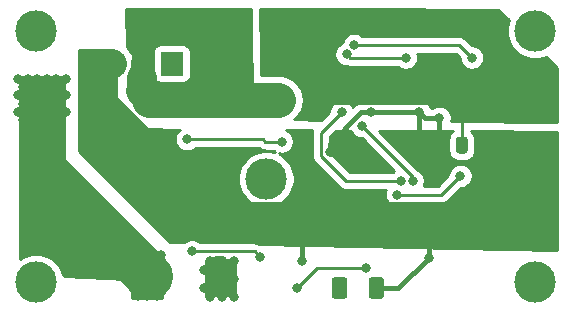
<source format=gbr>
%TF.GenerationSoftware,KiCad,Pcbnew,(5.1.9-0-10_14)*%
%TF.CreationDate,2021-03-07T11:09:53+08:00*%
%TF.ProjectId,xhp70-driver,78687037-302d-4647-9269-7665722e6b69,rev?*%
%TF.SameCoordinates,Original*%
%TF.FileFunction,Copper,L2,Bot*%
%TF.FilePolarity,Positive*%
%FSLAX46Y46*%
G04 Gerber Fmt 4.6, Leading zero omitted, Abs format (unit mm)*
G04 Created by KiCad (PCBNEW (5.1.9-0-10_14)) date 2021-03-07 11:09:53*
%MOMM*%
%LPD*%
G01*
G04 APERTURE LIST*
%TA.AperFunction,ComponentPad*%
%ADD10C,3.500000*%
%TD*%
%TA.AperFunction,ComponentPad*%
%ADD11O,1.905000X2.000000*%
%TD*%
%TA.AperFunction,ComponentPad*%
%ADD12R,1.905000X2.000000*%
%TD*%
%TA.AperFunction,ComponentPad*%
%ADD13O,2.000000X2.000000*%
%TD*%
%TA.AperFunction,ComponentPad*%
%ADD14R,2.000000X2.000000*%
%TD*%
%TA.AperFunction,ViaPad*%
%ADD15C,0.800000*%
%TD*%
%TA.AperFunction,Conductor*%
%ADD16C,3.000000*%
%TD*%
%TA.AperFunction,Conductor*%
%ADD17C,0.400000*%
%TD*%
%TA.AperFunction,Conductor*%
%ADD18C,2.500000*%
%TD*%
%TA.AperFunction,Conductor*%
%ADD19C,4.000000*%
%TD*%
%TA.AperFunction,Conductor*%
%ADD20C,0.250000*%
%TD*%
%TA.AperFunction,Conductor*%
%ADD21C,0.254000*%
%TD*%
%TA.AperFunction,Conductor*%
%ADD22C,0.100000*%
%TD*%
G04 APERTURE END LIST*
%TO.P,C7,2*%
%TO.N,GND*%
%TA.AperFunction,SMDPad,CuDef*%
G36*
G01*
X149150000Y-62425000D02*
X149150000Y-63375000D01*
G75*
G02*
X148900000Y-63625000I-250000J0D01*
G01*
X148400000Y-63625000D01*
G75*
G02*
X148150000Y-63375000I0J250000D01*
G01*
X148150000Y-62425000D01*
G75*
G02*
X148400000Y-62175000I250000J0D01*
G01*
X148900000Y-62175000D01*
G75*
G02*
X149150000Y-62425000I0J-250000D01*
G01*
G37*
%TD.AperFunction*%
%TO.P,C7,1*%
%TO.N,Batt+*%
%TA.AperFunction,SMDPad,CuDef*%
G36*
G01*
X151050000Y-62425000D02*
X151050000Y-63375000D01*
G75*
G02*
X150800000Y-63625000I-250000J0D01*
G01*
X150300000Y-63625000D01*
G75*
G02*
X150050000Y-63375000I0J250000D01*
G01*
X150050000Y-62425000D01*
G75*
G02*
X150300000Y-62175000I250000J0D01*
G01*
X150800000Y-62175000D01*
G75*
G02*
X151050000Y-62425000I0J-250000D01*
G01*
G37*
%TD.AperFunction*%
%TD*%
D10*
%TO.P,H3,1*%
%TO.N,N/C*%
X156750000Y-74500000D03*
%TD*%
D11*
%TO.P,Q1,3*%
%TO.N,GND*%
X120920000Y-56000000D03*
%TO.P,Q1,2*%
%TO.N,Net-(D1-Pad2)*%
X123460000Y-56000000D03*
D12*
%TO.P,Q1,1*%
%TO.N,Net-(Q1-Pad1)*%
X126000000Y-56000000D03*
%TD*%
D13*
%TO.P,D1,2*%
%TO.N,Net-(D1-Pad2)*%
X135000000Y-59080000D03*
D14*
%TO.P,D1,1*%
%TO.N,Batt+*%
X135000000Y-54000000D03*
%TD*%
%TO.P,R2,2*%
%TO.N,Net-(C3-Pad2)*%
%TA.AperFunction,SMDPad,CuDef*%
G36*
G01*
X124687500Y-72574999D02*
X124687500Y-75425001D01*
G75*
G02*
X124437501Y-75675000I-249999J0D01*
G01*
X123712499Y-75675000D01*
G75*
G02*
X123462500Y-75425001I0J249999D01*
G01*
X123462500Y-72574999D01*
G75*
G02*
X123712499Y-72325000I249999J0D01*
G01*
X124437501Y-72325000D01*
G75*
G02*
X124687500Y-72574999I0J-249999D01*
G01*
G37*
%TD.AperFunction*%
%TO.P,R2,1*%
%TO.N,Batt+*%
%TA.AperFunction,SMDPad,CuDef*%
G36*
G01*
X130612500Y-72574999D02*
X130612500Y-75425001D01*
G75*
G02*
X130362501Y-75675000I-249999J0D01*
G01*
X129637499Y-75675000D01*
G75*
G02*
X129387500Y-75425001I0J249999D01*
G01*
X129387500Y-72574999D01*
G75*
G02*
X129637499Y-72325000I249999J0D01*
G01*
X130362501Y-72325000D01*
G75*
G02*
X130612500Y-72574999I0J-249999D01*
G01*
G37*
%TD.AperFunction*%
%TD*%
%TO.P,C1,2*%
%TO.N,GND*%
%TA.AperFunction,SMDPad,CuDef*%
G36*
G01*
X142650000Y-75650003D02*
X142650000Y-74349997D01*
G75*
G02*
X142899997Y-74100000I249997J0D01*
G01*
X143725003Y-74100000D01*
G75*
G02*
X143975000Y-74349997I0J-249997D01*
G01*
X143975000Y-75650003D01*
G75*
G02*
X143725003Y-75900000I-249997J0D01*
G01*
X142899997Y-75900000D01*
G75*
G02*
X142650000Y-75650003I0J249997D01*
G01*
G37*
%TD.AperFunction*%
%TO.P,C1,1*%
%TO.N,Batt+*%
%TA.AperFunction,SMDPad,CuDef*%
G36*
G01*
X139525000Y-75650003D02*
X139525000Y-74349997D01*
G75*
G02*
X139774997Y-74100000I249997J0D01*
G01*
X140600003Y-74100000D01*
G75*
G02*
X140850000Y-74349997I0J-249997D01*
G01*
X140850000Y-75650003D01*
G75*
G02*
X140600003Y-75900000I-249997J0D01*
G01*
X139774997Y-75900000D01*
G75*
G02*
X139525000Y-75650003I0J249997D01*
G01*
G37*
%TD.AperFunction*%
%TD*%
D10*
%TO.P,H1,1*%
%TO.N,N/C*%
X114500000Y-53250000D03*
%TD*%
%TO.P,H5,1*%
%TO.N,N/C*%
X134000000Y-65750000D03*
%TD*%
%TO.P,H4,1*%
%TO.N,N/C*%
X156750000Y-53250000D03*
%TD*%
%TO.P,H2,1*%
%TO.N,N/C*%
X114500000Y-74500000D03*
%TD*%
D15*
%TO.N,GND*%
X137000000Y-72700000D03*
X158000000Y-63500000D03*
X157000000Y-63500000D03*
X156000000Y-63500000D03*
X155000000Y-63500000D03*
X155000000Y-64500000D03*
X156000000Y-64500000D03*
X157000000Y-64500000D03*
X158000000Y-64500000D03*
X156000000Y-66500000D03*
X157000000Y-66500000D03*
X158000000Y-66500000D03*
X155000000Y-66500000D03*
X155000000Y-65500000D03*
X156000000Y-65500000D03*
X158000000Y-65500000D03*
X157000000Y-65500000D03*
X147750000Y-72425000D03*
X140900000Y-68000000D03*
X141700000Y-68000000D03*
X142500000Y-68000000D03*
X143300000Y-68000000D03*
X140900000Y-68800000D03*
X141700000Y-68800000D03*
X142500000Y-68800000D03*
X143300000Y-68800000D03*
X143300000Y-69600000D03*
X142500000Y-69600000D03*
X141700000Y-69600000D03*
X140900000Y-69600000D03*
X140900000Y-70400000D03*
X141700000Y-70400000D03*
X142500000Y-70400000D03*
X143300000Y-70400000D03*
X139350000Y-63500000D03*
X142838803Y-60100000D03*
X146950000Y-60100000D03*
X146375000Y-63500000D03*
X151000000Y-70500000D03*
X143312500Y-75000000D03*
X148650000Y-60600000D03*
%TO.N,Net-(C3-Pad2)*%
X122700000Y-72200000D03*
X123500000Y-72200000D03*
X124300000Y-72200000D03*
X125100000Y-72200000D03*
X124700000Y-72900000D03*
X123900000Y-72900000D03*
X123100000Y-72900000D03*
X125100000Y-73600000D03*
X122700000Y-73600000D03*
X124300000Y-73600000D03*
X123500000Y-73600000D03*
X123900000Y-74300000D03*
X123100000Y-74300000D03*
X124700000Y-74300000D03*
X125100000Y-75000000D03*
X123900000Y-75700000D03*
X123100000Y-75700000D03*
X124700000Y-75700000D03*
X123500000Y-75000000D03*
X124300000Y-75000000D03*
X122700000Y-75000000D03*
X113000000Y-57300000D03*
X142400000Y-73300000D03*
X136562500Y-75000000D03*
X136562500Y-75000000D03*
X113800000Y-57300000D03*
X114600000Y-57300000D03*
X115400000Y-57300000D03*
X116200000Y-57300000D03*
X116600000Y-58000000D03*
X115000000Y-58000000D03*
X114200000Y-58000000D03*
X115800000Y-58000000D03*
X113400000Y-58000000D03*
X117000000Y-57300000D03*
X116200000Y-58700000D03*
X116600000Y-59400000D03*
X114200000Y-59400000D03*
X114600000Y-58700000D03*
X115000000Y-59400000D03*
X113400000Y-59400000D03*
X115800000Y-59400000D03*
X117000000Y-58700000D03*
X113800000Y-58700000D03*
X115400000Y-58700000D03*
X113000000Y-58700000D03*
X115800000Y-60800000D03*
X113000000Y-60100000D03*
X115400000Y-60100000D03*
X114200000Y-60800000D03*
X116600000Y-60800000D03*
X115000000Y-60800000D03*
X113800000Y-60100000D03*
X117000000Y-60100000D03*
X116200000Y-60100000D03*
X114600000Y-60100000D03*
X113400000Y-60800000D03*
%TO.N,Net-(Q1-Pad1)*%
X127300000Y-62400000D03*
X135300000Y-62600000D03*
%TO.N,Batt+*%
X158000000Y-59000000D03*
X158000000Y-60000000D03*
X157000000Y-60000000D03*
X157000000Y-59000000D03*
X156000000Y-59000000D03*
X156000000Y-60000000D03*
X155000000Y-60000000D03*
X155000000Y-59000000D03*
X155000000Y-58000000D03*
X156000000Y-58000000D03*
X157000000Y-58000000D03*
X158000000Y-58000000D03*
X158000000Y-57000000D03*
X157000000Y-57000000D03*
X156000000Y-57000000D03*
X155000000Y-57000000D03*
X129250000Y-72750000D03*
X130250000Y-72750000D03*
X131250000Y-72750000D03*
X130750000Y-73500000D03*
X129750000Y-73500000D03*
X128750000Y-73500000D03*
X131250000Y-74250000D03*
X129250000Y-74250000D03*
X130250000Y-74250000D03*
X129250000Y-75750000D03*
X130250000Y-75750000D03*
X131250000Y-75750000D03*
X130750000Y-75000000D03*
X128750000Y-75000000D03*
X129750000Y-75000000D03*
X144000000Y-58000000D03*
X140193750Y-74993750D03*
%TO.N,Net-(J2-Pad3)*%
X141440186Y-54431777D03*
X151400000Y-55500000D03*
%TO.N,PWM*%
X142100000Y-61300000D03*
X146387347Y-65912653D03*
%TO.N,Net-(C3-Pad1)*%
X133500000Y-72400000D03*
X127700000Y-71900000D03*
%TO.N,+5V*%
X145800000Y-55500000D03*
X140800000Y-55200000D03*
X145068094Y-67100001D03*
X150425000Y-65500000D03*
%TO.N,NTC*%
X145388060Y-65950451D03*
X140365000Y-60100000D03*
%TD*%
D16*
%TO.N,GND*%
X129662002Y-69200001D02*
X120147489Y-59685488D01*
X155000000Y-64500000D02*
X150299999Y-69200001D01*
D17*
X137000000Y-69700002D02*
X137500001Y-69200001D01*
X137000000Y-72700000D02*
X137000000Y-69700002D01*
D16*
X137500001Y-69200001D02*
X129662002Y-69200001D01*
D17*
X145175000Y-75000000D02*
X147750000Y-72425000D01*
X143312500Y-75000000D02*
X143312500Y-75000000D01*
X147750000Y-70550000D02*
X149099999Y-69200001D01*
X147750000Y-72425000D02*
X147750000Y-70550000D01*
D16*
X150299999Y-69200001D02*
X149099999Y-69200001D01*
X149099999Y-69200001D02*
X145300001Y-69200001D01*
X145300001Y-69200001D02*
X137500001Y-69200001D01*
D17*
X139350000Y-62775000D02*
X142025000Y-60100000D01*
X142025000Y-60100000D02*
X142838803Y-60100000D01*
X139350000Y-63500000D02*
X139350000Y-62775000D01*
X142838803Y-60100000D02*
X146950000Y-60100000D01*
X146950000Y-62925000D02*
X146375000Y-63500000D01*
X146950000Y-60100000D02*
X146950000Y-62925000D01*
D18*
X120920000Y-56000000D02*
X120250000Y-56000000D01*
X120147489Y-56102511D02*
X120147489Y-59685488D01*
X120250000Y-56000000D02*
X120147489Y-56102511D01*
D17*
X143312500Y-75000000D02*
X145175000Y-75000000D01*
X147450000Y-60600000D02*
X146950000Y-60100000D01*
X148650000Y-60600000D02*
X147450000Y-60600000D01*
X148650000Y-62900000D02*
X148650000Y-60600000D01*
D19*
%TO.N,Net-(C3-Pad2)*%
X115000000Y-64925000D02*
X115000000Y-59000000D01*
X124075000Y-74000000D02*
X115000000Y-64925000D01*
D20*
X138262500Y-73300000D02*
X136562500Y-75000000D01*
X142400000Y-73300000D02*
X138262500Y-73300000D01*
D18*
%TO.N,Net-(D1-Pad2)*%
X123450000Y-57260608D02*
X123450000Y-57381824D01*
X123450000Y-58360001D02*
X123450000Y-57250000D01*
X124067498Y-59080000D02*
X123347499Y-58360001D01*
D16*
X135000000Y-59080000D02*
X124067498Y-59080000D01*
D20*
%TO.N,Net-(Q1-Pad1)*%
X133921002Y-62600000D02*
X135300000Y-62600000D01*
X133721002Y-62400000D02*
X133921002Y-62600000D01*
X127300000Y-62400000D02*
X133721002Y-62400000D01*
D16*
%TO.N,Batt+*%
X139000000Y-58000000D02*
X135000000Y-54000000D01*
X144000000Y-58000000D02*
X139000000Y-58000000D01*
D20*
X150550000Y-59850000D02*
X152400000Y-58000000D01*
D16*
X152400000Y-58000000D02*
X144000000Y-58000000D01*
X155000000Y-58000000D02*
X152400000Y-58000000D01*
D20*
X150550000Y-62900000D02*
X150550000Y-60250000D01*
X150550000Y-60250000D02*
X150550000Y-59850000D01*
X150550000Y-60600000D02*
X150550000Y-60250000D01*
%TO.N,Net-(J2-Pad3)*%
X141440186Y-54431777D02*
X150331777Y-54431777D01*
X150331777Y-54431777D02*
X151400000Y-55500000D01*
%TO.N,PWM*%
X146387347Y-65587347D02*
X146387347Y-65912653D01*
X142100000Y-61300000D02*
X146387347Y-65587347D01*
%TO.N,Net-(C3-Pad1)*%
X133000000Y-71900000D02*
X127700000Y-71900000D01*
X133500000Y-72400000D02*
X133000000Y-71900000D01*
%TO.N,+5V*%
X141100000Y-55500000D02*
X140800000Y-55200000D01*
X145800000Y-55500000D02*
X141100000Y-55500000D01*
X148824999Y-67100001D02*
X150425000Y-65500000D01*
X145068094Y-67100001D02*
X148824999Y-67100001D01*
%TO.N,NTC*%
X138624999Y-63848001D02*
X138624999Y-61840001D01*
X140727449Y-65950451D02*
X138624999Y-63848001D01*
X138624999Y-61840001D02*
X140365000Y-60100000D01*
X145388060Y-65950451D02*
X140727449Y-65950451D01*
%TD*%
D21*
%TO.N,GND*%
X158373000Y-66841427D02*
X154627000Y-66841427D01*
X154627000Y-63095427D01*
X158373000Y-63095427D01*
X158373000Y-66841427D01*
%TA.AperFunction,Conductor*%
D22*
G36*
X158373000Y-66841427D02*
G01*
X154627000Y-66841427D01*
X154627000Y-63095427D01*
X158373000Y-63095427D01*
X158373000Y-66841427D01*
G37*
%TD.AperFunction*%
%TD*%
D21*
%TO.N,Batt+*%
X131373000Y-75623000D02*
X128877000Y-75623000D01*
X128877000Y-72660000D01*
X131373000Y-72660000D01*
X131373000Y-75623000D01*
%TA.AperFunction,Conductor*%
D22*
G36*
X131373000Y-75623000D02*
G01*
X128877000Y-75623000D01*
X128877000Y-72660000D01*
X131373000Y-72660000D01*
X131373000Y-75623000D01*
G37*
%TD.AperFunction*%
%TD*%
D21*
%TO.N,Net-(C3-Pad2)*%
X125123000Y-75873000D02*
X122627000Y-75873000D01*
X122627000Y-72127000D01*
X125123000Y-72127000D01*
X125123000Y-75873000D01*
%TA.AperFunction,Conductor*%
D22*
G36*
X125123000Y-75873000D02*
G01*
X122627000Y-75873000D01*
X122627000Y-72127000D01*
X125123000Y-72127000D01*
X125123000Y-75873000D01*
G37*
%TD.AperFunction*%
%TD*%
D21*
%TO.N,Net-(D1-Pad2)*%
X132812536Y-60373000D02*
X123854346Y-60373000D01*
X123302634Y-59821288D01*
X122276425Y-57768871D01*
X122267963Y-57328844D01*
X122494903Y-57052317D01*
X122669939Y-56724848D01*
X122777725Y-56369524D01*
X122814120Y-56000000D01*
X122777725Y-55630476D01*
X122669939Y-55275152D01*
X122522868Y-55000000D01*
X124409428Y-55000000D01*
X124409428Y-57000000D01*
X124421688Y-57124482D01*
X124457998Y-57244180D01*
X124516963Y-57354494D01*
X124596315Y-57451185D01*
X124693006Y-57530537D01*
X124803320Y-57589502D01*
X124923018Y-57625812D01*
X125047500Y-57638072D01*
X126952500Y-57638072D01*
X127076982Y-57625812D01*
X127196680Y-57589502D01*
X127306994Y-57530537D01*
X127403685Y-57451185D01*
X127483037Y-57354494D01*
X127542002Y-57244180D01*
X127578312Y-57124482D01*
X127590572Y-57000000D01*
X127590572Y-55000000D01*
X127578312Y-54875518D01*
X127542002Y-54755820D01*
X127483037Y-54645506D01*
X127403685Y-54548815D01*
X127306994Y-54469463D01*
X127196680Y-54410498D01*
X127076982Y-54374188D01*
X126952500Y-54361928D01*
X125047500Y-54361928D01*
X124923018Y-54374188D01*
X124803320Y-54410498D01*
X124693006Y-54469463D01*
X124596315Y-54548815D01*
X124516963Y-54645506D01*
X124457998Y-54755820D01*
X124421688Y-54875518D01*
X124409428Y-55000000D01*
X122522868Y-55000000D01*
X122494903Y-54947683D01*
X122259345Y-54660655D01*
X122215967Y-54625056D01*
X122154139Y-51410000D01*
X132716675Y-51410000D01*
X132812536Y-60373000D01*
%TA.AperFunction,Conductor*%
D22*
G36*
X132812536Y-60373000D02*
G01*
X123854346Y-60373000D01*
X123302634Y-59821288D01*
X122276425Y-57768871D01*
X122267963Y-57328844D01*
X122494903Y-57052317D01*
X122669939Y-56724848D01*
X122777725Y-56369524D01*
X122814120Y-56000000D01*
X122777725Y-55630476D01*
X122669939Y-55275152D01*
X122522868Y-55000000D01*
X124409428Y-55000000D01*
X124409428Y-57000000D01*
X124421688Y-57124482D01*
X124457998Y-57244180D01*
X124516963Y-57354494D01*
X124596315Y-57451185D01*
X124693006Y-57530537D01*
X124803320Y-57589502D01*
X124923018Y-57625812D01*
X125047500Y-57638072D01*
X126952500Y-57638072D01*
X127076982Y-57625812D01*
X127196680Y-57589502D01*
X127306994Y-57530537D01*
X127403685Y-57451185D01*
X127483037Y-57354494D01*
X127542002Y-57244180D01*
X127578312Y-57124482D01*
X127590572Y-57000000D01*
X127590572Y-55000000D01*
X127578312Y-54875518D01*
X127542002Y-54755820D01*
X127483037Y-54645506D01*
X127403685Y-54548815D01*
X127306994Y-54469463D01*
X127196680Y-54410498D01*
X127076982Y-54374188D01*
X126952500Y-54361928D01*
X125047500Y-54361928D01*
X124923018Y-54374188D01*
X124803320Y-54410498D01*
X124693006Y-54469463D01*
X124596315Y-54548815D01*
X124516963Y-54645506D01*
X124457998Y-54755820D01*
X124421688Y-54875518D01*
X124409428Y-55000000D01*
X122522868Y-55000000D01*
X122494903Y-54947683D01*
X122259345Y-54660655D01*
X122215967Y-54625056D01*
X122154139Y-51410000D01*
X132716675Y-51410000D01*
X132812536Y-60373000D01*
G37*
%TD.AperFunction*%
%TD*%
D21*
%TO.N,GND*%
X121373477Y-60461002D02*
X121378055Y-60485474D01*
X121387319Y-60508583D01*
X121400913Y-60529440D01*
X121418315Y-60547245D01*
X121448420Y-60566054D01*
X123698420Y-61566054D01*
X123722053Y-61573887D01*
X123749280Y-61576998D01*
X126644212Y-61593400D01*
X126640226Y-61596063D01*
X126496063Y-61740226D01*
X126382795Y-61909744D01*
X126304774Y-62098102D01*
X126265000Y-62298061D01*
X126265000Y-62501939D01*
X126304774Y-62701898D01*
X126382795Y-62890256D01*
X126496063Y-63059774D01*
X126640226Y-63203937D01*
X126809744Y-63317205D01*
X126998102Y-63395226D01*
X127198061Y-63435000D01*
X127401939Y-63435000D01*
X127601898Y-63395226D01*
X127790256Y-63317205D01*
X127959774Y-63203937D01*
X128003711Y-63160000D01*
X133405370Y-63160000D01*
X133496726Y-63234974D01*
X133628755Y-63305546D01*
X133772016Y-63349003D01*
X133883669Y-63360000D01*
X133883677Y-63360000D01*
X133921002Y-63363676D01*
X133958327Y-63360000D01*
X134596289Y-63360000D01*
X134640226Y-63403937D01*
X134757359Y-63482203D01*
X134695679Y-63456654D01*
X134234902Y-63365000D01*
X133765098Y-63365000D01*
X133304321Y-63456654D01*
X132870279Y-63636440D01*
X132479651Y-63897450D01*
X132147450Y-64229651D01*
X131886440Y-64620279D01*
X131706654Y-65054321D01*
X131615000Y-65515098D01*
X131615000Y-65984902D01*
X131706654Y-66445679D01*
X131886440Y-66879721D01*
X132147450Y-67270349D01*
X132479651Y-67602550D01*
X132870279Y-67863560D01*
X133304321Y-68043346D01*
X133765098Y-68135000D01*
X134234902Y-68135000D01*
X134695679Y-68043346D01*
X135129721Y-67863560D01*
X135520349Y-67602550D01*
X135852550Y-67270349D01*
X136113560Y-66879721D01*
X136293346Y-66445679D01*
X136385000Y-65984902D01*
X136385000Y-65515098D01*
X136293346Y-65054321D01*
X136113560Y-64620279D01*
X135852550Y-64229651D01*
X135520349Y-63897450D01*
X135129721Y-63636440D01*
X135059896Y-63607517D01*
X135198061Y-63635000D01*
X135401939Y-63635000D01*
X135601898Y-63595226D01*
X135790256Y-63517205D01*
X135959774Y-63403937D01*
X136103937Y-63259774D01*
X136217205Y-63090256D01*
X136295226Y-62901898D01*
X136335000Y-62701939D01*
X136335000Y-62498061D01*
X136295226Y-62298102D01*
X136217205Y-62109744D01*
X136103937Y-61940226D01*
X135959774Y-61796063D01*
X135790256Y-61682795D01*
X135698282Y-61644698D01*
X137886287Y-61657094D01*
X137875997Y-61691015D01*
X137865651Y-61796063D01*
X137861323Y-61840001D01*
X137865000Y-61877333D01*
X137864999Y-63810678D01*
X137861323Y-63848001D01*
X137864999Y-63885323D01*
X137864999Y-63885333D01*
X137875996Y-63996986D01*
X137911311Y-64113405D01*
X137919453Y-64140247D01*
X137990025Y-64272277D01*
X138029870Y-64320827D01*
X138084998Y-64388002D01*
X138114002Y-64411805D01*
X140163650Y-66461454D01*
X140187448Y-66490452D01*
X140303173Y-66585425D01*
X140435202Y-66655997D01*
X140578463Y-66699454D01*
X140690116Y-66710451D01*
X140690125Y-66710451D01*
X140727448Y-66714127D01*
X140764771Y-66710451D01*
X144109175Y-66710451D01*
X144072868Y-66798103D01*
X144033094Y-66998062D01*
X144033094Y-67201940D01*
X144072868Y-67401899D01*
X144150889Y-67590257D01*
X144264157Y-67759775D01*
X144408320Y-67903938D01*
X144577838Y-68017206D01*
X144766196Y-68095227D01*
X144966155Y-68135001D01*
X145170033Y-68135001D01*
X145369992Y-68095227D01*
X145558350Y-68017206D01*
X145727868Y-67903938D01*
X145771805Y-67860001D01*
X148787677Y-67860001D01*
X148824999Y-67863677D01*
X148862321Y-67860001D01*
X148862332Y-67860001D01*
X148973985Y-67849004D01*
X149117246Y-67805547D01*
X149249275Y-67734975D01*
X149365000Y-67640002D01*
X149388803Y-67610998D01*
X150464802Y-66535000D01*
X150526939Y-66535000D01*
X150726898Y-66495226D01*
X150915256Y-66417205D01*
X151084774Y-66303937D01*
X151228937Y-66159774D01*
X151342205Y-65990256D01*
X151420226Y-65801898D01*
X151460000Y-65601939D01*
X151460000Y-65398061D01*
X151420226Y-65198102D01*
X151342205Y-65009744D01*
X151228937Y-64840226D01*
X151084774Y-64696063D01*
X150915256Y-64582795D01*
X150726898Y-64504774D01*
X150526939Y-64465000D01*
X150323061Y-64465000D01*
X150123102Y-64504774D01*
X149934744Y-64582795D01*
X149765226Y-64696063D01*
X149621063Y-64840226D01*
X149507795Y-65009744D01*
X149429774Y-65198102D01*
X149390000Y-65398061D01*
X149390000Y-65460198D01*
X148510198Y-66340001D01*
X147330610Y-66340001D01*
X147382573Y-66214551D01*
X147422347Y-66014592D01*
X147422347Y-65810714D01*
X147382573Y-65610755D01*
X147304552Y-65422397D01*
X147191284Y-65252879D01*
X147047121Y-65108716D01*
X146877603Y-64995448D01*
X146865051Y-64990249D01*
X143564064Y-61689263D01*
X149760583Y-61724371D01*
X149672038Y-61797038D01*
X149561595Y-61931614D01*
X149479528Y-62085150D01*
X149428992Y-62251746D01*
X149411928Y-62425000D01*
X149411928Y-63375000D01*
X149428992Y-63548254D01*
X149479528Y-63714850D01*
X149561595Y-63868386D01*
X149672038Y-64002962D01*
X149806614Y-64113405D01*
X149960150Y-64195472D01*
X150126746Y-64246008D01*
X150300000Y-64263072D01*
X150800000Y-64263072D01*
X150973254Y-64246008D01*
X151139850Y-64195472D01*
X151293386Y-64113405D01*
X151427962Y-64002962D01*
X151538405Y-63868386D01*
X151620472Y-63714850D01*
X151671008Y-63548254D01*
X151688072Y-63375000D01*
X151688072Y-62425000D01*
X151671008Y-62251746D01*
X151620472Y-62085150D01*
X151538405Y-61931614D01*
X151427962Y-61797038D01*
X151350392Y-61733378D01*
X158595002Y-61774424D01*
X158600893Y-71813965D01*
X133387253Y-71245237D01*
X133292247Y-71194454D01*
X133148986Y-71150997D01*
X133037333Y-71140000D01*
X133037322Y-71140000D01*
X133000000Y-71136324D01*
X132962678Y-71140000D01*
X128721764Y-71140000D01*
X128396371Y-71132660D01*
X128359774Y-71096063D01*
X128190256Y-70982795D01*
X128001898Y-70904774D01*
X127801939Y-70865000D01*
X127598061Y-70865000D01*
X127398102Y-70904774D01*
X127209744Y-70982795D01*
X127040226Y-71096063D01*
X127034351Y-71101938D01*
X125803787Y-71074181D01*
X118127000Y-63397394D01*
X118127000Y-54827000D01*
X120883564Y-54827000D01*
X121373477Y-60461002D01*
%TA.AperFunction,Conductor*%
D22*
G36*
X121373477Y-60461002D02*
G01*
X121378055Y-60485474D01*
X121387319Y-60508583D01*
X121400913Y-60529440D01*
X121418315Y-60547245D01*
X121448420Y-60566054D01*
X123698420Y-61566054D01*
X123722053Y-61573887D01*
X123749280Y-61576998D01*
X126644212Y-61593400D01*
X126640226Y-61596063D01*
X126496063Y-61740226D01*
X126382795Y-61909744D01*
X126304774Y-62098102D01*
X126265000Y-62298061D01*
X126265000Y-62501939D01*
X126304774Y-62701898D01*
X126382795Y-62890256D01*
X126496063Y-63059774D01*
X126640226Y-63203937D01*
X126809744Y-63317205D01*
X126998102Y-63395226D01*
X127198061Y-63435000D01*
X127401939Y-63435000D01*
X127601898Y-63395226D01*
X127790256Y-63317205D01*
X127959774Y-63203937D01*
X128003711Y-63160000D01*
X133405370Y-63160000D01*
X133496726Y-63234974D01*
X133628755Y-63305546D01*
X133772016Y-63349003D01*
X133883669Y-63360000D01*
X133883677Y-63360000D01*
X133921002Y-63363676D01*
X133958327Y-63360000D01*
X134596289Y-63360000D01*
X134640226Y-63403937D01*
X134757359Y-63482203D01*
X134695679Y-63456654D01*
X134234902Y-63365000D01*
X133765098Y-63365000D01*
X133304321Y-63456654D01*
X132870279Y-63636440D01*
X132479651Y-63897450D01*
X132147450Y-64229651D01*
X131886440Y-64620279D01*
X131706654Y-65054321D01*
X131615000Y-65515098D01*
X131615000Y-65984902D01*
X131706654Y-66445679D01*
X131886440Y-66879721D01*
X132147450Y-67270349D01*
X132479651Y-67602550D01*
X132870279Y-67863560D01*
X133304321Y-68043346D01*
X133765098Y-68135000D01*
X134234902Y-68135000D01*
X134695679Y-68043346D01*
X135129721Y-67863560D01*
X135520349Y-67602550D01*
X135852550Y-67270349D01*
X136113560Y-66879721D01*
X136293346Y-66445679D01*
X136385000Y-65984902D01*
X136385000Y-65515098D01*
X136293346Y-65054321D01*
X136113560Y-64620279D01*
X135852550Y-64229651D01*
X135520349Y-63897450D01*
X135129721Y-63636440D01*
X135059896Y-63607517D01*
X135198061Y-63635000D01*
X135401939Y-63635000D01*
X135601898Y-63595226D01*
X135790256Y-63517205D01*
X135959774Y-63403937D01*
X136103937Y-63259774D01*
X136217205Y-63090256D01*
X136295226Y-62901898D01*
X136335000Y-62701939D01*
X136335000Y-62498061D01*
X136295226Y-62298102D01*
X136217205Y-62109744D01*
X136103937Y-61940226D01*
X135959774Y-61796063D01*
X135790256Y-61682795D01*
X135698282Y-61644698D01*
X137886287Y-61657094D01*
X137875997Y-61691015D01*
X137865651Y-61796063D01*
X137861323Y-61840001D01*
X137865000Y-61877333D01*
X137864999Y-63810678D01*
X137861323Y-63848001D01*
X137864999Y-63885323D01*
X137864999Y-63885333D01*
X137875996Y-63996986D01*
X137911311Y-64113405D01*
X137919453Y-64140247D01*
X137990025Y-64272277D01*
X138029870Y-64320827D01*
X138084998Y-64388002D01*
X138114002Y-64411805D01*
X140163650Y-66461454D01*
X140187448Y-66490452D01*
X140303173Y-66585425D01*
X140435202Y-66655997D01*
X140578463Y-66699454D01*
X140690116Y-66710451D01*
X140690125Y-66710451D01*
X140727448Y-66714127D01*
X140764771Y-66710451D01*
X144109175Y-66710451D01*
X144072868Y-66798103D01*
X144033094Y-66998062D01*
X144033094Y-67201940D01*
X144072868Y-67401899D01*
X144150889Y-67590257D01*
X144264157Y-67759775D01*
X144408320Y-67903938D01*
X144577838Y-68017206D01*
X144766196Y-68095227D01*
X144966155Y-68135001D01*
X145170033Y-68135001D01*
X145369992Y-68095227D01*
X145558350Y-68017206D01*
X145727868Y-67903938D01*
X145771805Y-67860001D01*
X148787677Y-67860001D01*
X148824999Y-67863677D01*
X148862321Y-67860001D01*
X148862332Y-67860001D01*
X148973985Y-67849004D01*
X149117246Y-67805547D01*
X149249275Y-67734975D01*
X149365000Y-67640002D01*
X149388803Y-67610998D01*
X150464802Y-66535000D01*
X150526939Y-66535000D01*
X150726898Y-66495226D01*
X150915256Y-66417205D01*
X151084774Y-66303937D01*
X151228937Y-66159774D01*
X151342205Y-65990256D01*
X151420226Y-65801898D01*
X151460000Y-65601939D01*
X151460000Y-65398061D01*
X151420226Y-65198102D01*
X151342205Y-65009744D01*
X151228937Y-64840226D01*
X151084774Y-64696063D01*
X150915256Y-64582795D01*
X150726898Y-64504774D01*
X150526939Y-64465000D01*
X150323061Y-64465000D01*
X150123102Y-64504774D01*
X149934744Y-64582795D01*
X149765226Y-64696063D01*
X149621063Y-64840226D01*
X149507795Y-65009744D01*
X149429774Y-65198102D01*
X149390000Y-65398061D01*
X149390000Y-65460198D01*
X148510198Y-66340001D01*
X147330610Y-66340001D01*
X147382573Y-66214551D01*
X147422347Y-66014592D01*
X147422347Y-65810714D01*
X147382573Y-65610755D01*
X147304552Y-65422397D01*
X147191284Y-65252879D01*
X147047121Y-65108716D01*
X146877603Y-64995448D01*
X146865051Y-64990249D01*
X143564064Y-61689263D01*
X149760583Y-61724371D01*
X149672038Y-61797038D01*
X149561595Y-61931614D01*
X149479528Y-62085150D01*
X149428992Y-62251746D01*
X149411928Y-62425000D01*
X149411928Y-63375000D01*
X149428992Y-63548254D01*
X149479528Y-63714850D01*
X149561595Y-63868386D01*
X149672038Y-64002962D01*
X149806614Y-64113405D01*
X149960150Y-64195472D01*
X150126746Y-64246008D01*
X150300000Y-64263072D01*
X150800000Y-64263072D01*
X150973254Y-64246008D01*
X151139850Y-64195472D01*
X151293386Y-64113405D01*
X151427962Y-64002962D01*
X151538405Y-63868386D01*
X151620472Y-63714850D01*
X151671008Y-63548254D01*
X151688072Y-63375000D01*
X151688072Y-62425000D01*
X151671008Y-62251746D01*
X151620472Y-62085150D01*
X151538405Y-61931614D01*
X151427962Y-61797038D01*
X151350392Y-61733378D01*
X158595002Y-61774424D01*
X158600893Y-71813965D01*
X133387253Y-71245237D01*
X133292247Y-71194454D01*
X133148986Y-71150997D01*
X133037333Y-71140000D01*
X133037322Y-71140000D01*
X133000000Y-71136324D01*
X132962678Y-71140000D01*
X128721764Y-71140000D01*
X128396371Y-71132660D01*
X128359774Y-71096063D01*
X128190256Y-70982795D01*
X128001898Y-70904774D01*
X127801939Y-70865000D01*
X127598061Y-70865000D01*
X127398102Y-70904774D01*
X127209744Y-70982795D01*
X127040226Y-71096063D01*
X127034351Y-71101938D01*
X125803787Y-71074181D01*
X118127000Y-63397394D01*
X118127000Y-54827000D01*
X120883564Y-54827000D01*
X121373477Y-60461002D01*
G37*
%TD.AperFunction*%
D21*
X141135262Y-61675502D02*
X141182795Y-61790256D01*
X141296063Y-61959774D01*
X141440226Y-62103937D01*
X141609744Y-62217205D01*
X141798102Y-62295226D01*
X141998061Y-62335000D01*
X142060199Y-62335000D01*
X144814264Y-65089066D01*
X144728286Y-65146514D01*
X144684349Y-65190451D01*
X141042251Y-65190451D01*
X139384999Y-63533200D01*
X139384999Y-62154802D01*
X139871459Y-61668342D01*
X141135262Y-61675502D01*
%TA.AperFunction,Conductor*%
D22*
G36*
X141135262Y-61675502D02*
G01*
X141182795Y-61790256D01*
X141296063Y-61959774D01*
X141440226Y-62103937D01*
X141609744Y-62217205D01*
X141798102Y-62295226D01*
X141998061Y-62335000D01*
X142060199Y-62335000D01*
X144814264Y-65089066D01*
X144728286Y-65146514D01*
X144684349Y-65190451D01*
X141042251Y-65190451D01*
X139384999Y-63533200D01*
X139384999Y-62154802D01*
X139871459Y-61668342D01*
X141135262Y-61675502D01*
G37*
%TD.AperFunction*%
%TD*%
D21*
%TO.N,Net-(C3-Pad2)*%
X116873000Y-58869311D02*
X116873000Y-64250000D01*
X116875440Y-64274776D01*
X116882667Y-64298601D01*
X116894403Y-64320557D01*
X116910197Y-64339803D01*
X125862136Y-73291742D01*
X125646714Y-74368852D01*
X116836917Y-74023370D01*
X116793346Y-73804321D01*
X116613560Y-73370279D01*
X116352550Y-72979651D01*
X116020349Y-72647450D01*
X115629721Y-72386440D01*
X115195679Y-72206654D01*
X114734902Y-72115000D01*
X114265098Y-72115000D01*
X113804321Y-72206654D01*
X113370279Y-72386440D01*
X113127000Y-72548994D01*
X113127000Y-58635186D01*
X116873000Y-58869311D01*
%TA.AperFunction,Conductor*%
D22*
G36*
X116873000Y-58869311D02*
G01*
X116873000Y-64250000D01*
X116875440Y-64274776D01*
X116882667Y-64298601D01*
X116894403Y-64320557D01*
X116910197Y-64339803D01*
X125862136Y-73291742D01*
X125646714Y-74368852D01*
X116836917Y-74023370D01*
X116793346Y-73804321D01*
X116613560Y-73370279D01*
X116352550Y-72979651D01*
X116020349Y-72647450D01*
X115629721Y-72386440D01*
X115195679Y-72206654D01*
X114734902Y-72115000D01*
X114265098Y-72115000D01*
X113804321Y-72206654D01*
X113370279Y-72386440D01*
X113127000Y-72548994D01*
X113127000Y-58635186D01*
X116873000Y-58869311D01*
G37*
%TD.AperFunction*%
%TD*%
D21*
%TO.N,Net-(C3-Pad2)*%
X116873000Y-60873000D02*
X113127000Y-60873000D01*
X113127000Y-57127000D01*
X116873000Y-57127000D01*
X116873000Y-60873000D01*
%TA.AperFunction,Conductor*%
D22*
G36*
X116873000Y-60873000D02*
G01*
X113127000Y-60873000D01*
X113127000Y-57127000D01*
X116873000Y-57127000D01*
X116873000Y-60873000D01*
G37*
%TD.AperFunction*%
%TD*%
D21*
%TO.N,Batt+*%
X153649669Y-51459483D02*
X154540964Y-52350778D01*
X154456654Y-52554321D01*
X154365000Y-53015098D01*
X154365000Y-53484902D01*
X154456654Y-53945679D01*
X154636440Y-54379721D01*
X154897450Y-54770349D01*
X155229651Y-55102550D01*
X155620279Y-55363560D01*
X156054321Y-55543346D01*
X156515098Y-55635000D01*
X156984902Y-55635000D01*
X157445679Y-55543346D01*
X157649222Y-55459036D01*
X158575489Y-56385303D01*
X158575489Y-60954433D01*
X149652350Y-60866085D01*
X149685000Y-60701939D01*
X149685000Y-60498061D01*
X149645226Y-60298102D01*
X149567205Y-60109744D01*
X149453937Y-59940226D01*
X149309774Y-59796063D01*
X149140256Y-59682795D01*
X148951898Y-59604774D01*
X148751939Y-59565000D01*
X148548061Y-59565000D01*
X148348102Y-59604774D01*
X148159744Y-59682795D01*
X148036715Y-59765000D01*
X147931515Y-59765000D01*
X147867205Y-59609744D01*
X147753937Y-59440226D01*
X147609774Y-59296063D01*
X147440256Y-59182795D01*
X147251898Y-59104774D01*
X147051939Y-59065000D01*
X146848061Y-59065000D01*
X146648102Y-59104774D01*
X146459744Y-59182795D01*
X146336715Y-59265000D01*
X143452088Y-59265000D01*
X143329059Y-59182795D01*
X143140701Y-59104774D01*
X142940742Y-59065000D01*
X142736864Y-59065000D01*
X142536905Y-59104774D01*
X142348547Y-59182795D01*
X142225518Y-59265000D01*
X142066007Y-59265000D01*
X142024999Y-59260961D01*
X141983991Y-59265000D01*
X141983981Y-59265000D01*
X141861311Y-59277082D01*
X141703913Y-59324828D01*
X141558854Y-59402364D01*
X141431709Y-59506709D01*
X141405559Y-59538573D01*
X141297489Y-59646643D01*
X141282205Y-59609744D01*
X141168937Y-59440226D01*
X141024774Y-59296063D01*
X140855256Y-59182795D01*
X140666898Y-59104774D01*
X140466939Y-59065000D01*
X140263061Y-59065000D01*
X140063102Y-59104774D01*
X139874744Y-59182795D01*
X139705226Y-59296063D01*
X139561063Y-59440226D01*
X139447795Y-59609744D01*
X139369774Y-59798102D01*
X139330000Y-59998061D01*
X139330000Y-60060198D01*
X138633214Y-60756985D01*
X136349558Y-60734375D01*
X136516977Y-60596977D01*
X136783777Y-60271881D01*
X136982026Y-59900982D01*
X137104108Y-59498533D01*
X137145330Y-59080000D01*
X137104108Y-58661467D01*
X136982026Y-58259018D01*
X136783777Y-57888119D01*
X136516977Y-57563023D01*
X136191881Y-57296223D01*
X135820982Y-57097974D01*
X135418533Y-56975892D01*
X135104882Y-56945000D01*
X133537916Y-56945000D01*
X133518163Y-55098061D01*
X139765000Y-55098061D01*
X139765000Y-55301939D01*
X139804774Y-55501898D01*
X139882795Y-55690256D01*
X139996063Y-55859774D01*
X140140226Y-56003937D01*
X140309744Y-56117205D01*
X140498102Y-56195226D01*
X140698061Y-56235000D01*
X140901939Y-56235000D01*
X140903698Y-56234650D01*
X140951014Y-56249003D01*
X141062667Y-56260000D01*
X141062676Y-56260000D01*
X141099999Y-56263676D01*
X141137322Y-56260000D01*
X145096289Y-56260000D01*
X145140226Y-56303937D01*
X145309744Y-56417205D01*
X145498102Y-56495226D01*
X145698061Y-56535000D01*
X145901939Y-56535000D01*
X146101898Y-56495226D01*
X146290256Y-56417205D01*
X146459774Y-56303937D01*
X146603937Y-56159774D01*
X146717205Y-55990256D01*
X146795226Y-55801898D01*
X146835000Y-55601939D01*
X146835000Y-55398061D01*
X146795226Y-55198102D01*
X146792606Y-55191777D01*
X150016976Y-55191777D01*
X150365000Y-55539802D01*
X150365000Y-55601939D01*
X150404774Y-55801898D01*
X150482795Y-55990256D01*
X150596063Y-56159774D01*
X150740226Y-56303937D01*
X150909744Y-56417205D01*
X151098102Y-56495226D01*
X151298061Y-56535000D01*
X151501939Y-56535000D01*
X151701898Y-56495226D01*
X151890256Y-56417205D01*
X152059774Y-56303937D01*
X152203937Y-56159774D01*
X152317205Y-55990256D01*
X152395226Y-55801898D01*
X152435000Y-55601939D01*
X152435000Y-55398061D01*
X152395226Y-55198102D01*
X152317205Y-55009744D01*
X152203937Y-54840226D01*
X152059774Y-54696063D01*
X151890256Y-54582795D01*
X151701898Y-54504774D01*
X151501939Y-54465000D01*
X151439802Y-54465000D01*
X150895580Y-53920779D01*
X150871778Y-53891776D01*
X150756053Y-53796803D01*
X150624024Y-53726231D01*
X150480763Y-53682774D01*
X150369110Y-53671777D01*
X150369099Y-53671777D01*
X150331777Y-53668101D01*
X150294455Y-53671777D01*
X142143897Y-53671777D01*
X142099960Y-53627840D01*
X141930442Y-53514572D01*
X141742084Y-53436551D01*
X141542125Y-53396777D01*
X141338247Y-53396777D01*
X141138288Y-53436551D01*
X140949930Y-53514572D01*
X140780412Y-53627840D01*
X140636249Y-53772003D01*
X140522981Y-53941521D01*
X140444960Y-54129879D01*
X140423953Y-54235488D01*
X140309744Y-54282795D01*
X140140226Y-54396063D01*
X139996063Y-54540226D01*
X139882795Y-54709744D01*
X139804774Y-54898102D01*
X139765000Y-55098061D01*
X133518163Y-55098061D01*
X133478718Y-51410000D01*
X141471334Y-51410000D01*
X153649669Y-51459483D01*
%TA.AperFunction,Conductor*%
D22*
G36*
X153649669Y-51459483D02*
G01*
X154540964Y-52350778D01*
X154456654Y-52554321D01*
X154365000Y-53015098D01*
X154365000Y-53484902D01*
X154456654Y-53945679D01*
X154636440Y-54379721D01*
X154897450Y-54770349D01*
X155229651Y-55102550D01*
X155620279Y-55363560D01*
X156054321Y-55543346D01*
X156515098Y-55635000D01*
X156984902Y-55635000D01*
X157445679Y-55543346D01*
X157649222Y-55459036D01*
X158575489Y-56385303D01*
X158575489Y-60954433D01*
X149652350Y-60866085D01*
X149685000Y-60701939D01*
X149685000Y-60498061D01*
X149645226Y-60298102D01*
X149567205Y-60109744D01*
X149453937Y-59940226D01*
X149309774Y-59796063D01*
X149140256Y-59682795D01*
X148951898Y-59604774D01*
X148751939Y-59565000D01*
X148548061Y-59565000D01*
X148348102Y-59604774D01*
X148159744Y-59682795D01*
X148036715Y-59765000D01*
X147931515Y-59765000D01*
X147867205Y-59609744D01*
X147753937Y-59440226D01*
X147609774Y-59296063D01*
X147440256Y-59182795D01*
X147251898Y-59104774D01*
X147051939Y-59065000D01*
X146848061Y-59065000D01*
X146648102Y-59104774D01*
X146459744Y-59182795D01*
X146336715Y-59265000D01*
X143452088Y-59265000D01*
X143329059Y-59182795D01*
X143140701Y-59104774D01*
X142940742Y-59065000D01*
X142736864Y-59065000D01*
X142536905Y-59104774D01*
X142348547Y-59182795D01*
X142225518Y-59265000D01*
X142066007Y-59265000D01*
X142024999Y-59260961D01*
X141983991Y-59265000D01*
X141983981Y-59265000D01*
X141861311Y-59277082D01*
X141703913Y-59324828D01*
X141558854Y-59402364D01*
X141431709Y-59506709D01*
X141405559Y-59538573D01*
X141297489Y-59646643D01*
X141282205Y-59609744D01*
X141168937Y-59440226D01*
X141024774Y-59296063D01*
X140855256Y-59182795D01*
X140666898Y-59104774D01*
X140466939Y-59065000D01*
X140263061Y-59065000D01*
X140063102Y-59104774D01*
X139874744Y-59182795D01*
X139705226Y-59296063D01*
X139561063Y-59440226D01*
X139447795Y-59609744D01*
X139369774Y-59798102D01*
X139330000Y-59998061D01*
X139330000Y-60060198D01*
X138633214Y-60756985D01*
X136349558Y-60734375D01*
X136516977Y-60596977D01*
X136783777Y-60271881D01*
X136982026Y-59900982D01*
X137104108Y-59498533D01*
X137145330Y-59080000D01*
X137104108Y-58661467D01*
X136982026Y-58259018D01*
X136783777Y-57888119D01*
X136516977Y-57563023D01*
X136191881Y-57296223D01*
X135820982Y-57097974D01*
X135418533Y-56975892D01*
X135104882Y-56945000D01*
X133537916Y-56945000D01*
X133518163Y-55098061D01*
X139765000Y-55098061D01*
X139765000Y-55301939D01*
X139804774Y-55501898D01*
X139882795Y-55690256D01*
X139996063Y-55859774D01*
X140140226Y-56003937D01*
X140309744Y-56117205D01*
X140498102Y-56195226D01*
X140698061Y-56235000D01*
X140901939Y-56235000D01*
X140903698Y-56234650D01*
X140951014Y-56249003D01*
X141062667Y-56260000D01*
X141062676Y-56260000D01*
X141099999Y-56263676D01*
X141137322Y-56260000D01*
X145096289Y-56260000D01*
X145140226Y-56303937D01*
X145309744Y-56417205D01*
X145498102Y-56495226D01*
X145698061Y-56535000D01*
X145901939Y-56535000D01*
X146101898Y-56495226D01*
X146290256Y-56417205D01*
X146459774Y-56303937D01*
X146603937Y-56159774D01*
X146717205Y-55990256D01*
X146795226Y-55801898D01*
X146835000Y-55601939D01*
X146835000Y-55398061D01*
X146795226Y-55198102D01*
X146792606Y-55191777D01*
X150016976Y-55191777D01*
X150365000Y-55539802D01*
X150365000Y-55601939D01*
X150404774Y-55801898D01*
X150482795Y-55990256D01*
X150596063Y-56159774D01*
X150740226Y-56303937D01*
X150909744Y-56417205D01*
X151098102Y-56495226D01*
X151298061Y-56535000D01*
X151501939Y-56535000D01*
X151701898Y-56495226D01*
X151890256Y-56417205D01*
X152059774Y-56303937D01*
X152203937Y-56159774D01*
X152317205Y-55990256D01*
X152395226Y-55801898D01*
X152435000Y-55601939D01*
X152435000Y-55398061D01*
X152395226Y-55198102D01*
X152317205Y-55009744D01*
X152203937Y-54840226D01*
X152059774Y-54696063D01*
X151890256Y-54582795D01*
X151701898Y-54504774D01*
X151501939Y-54465000D01*
X151439802Y-54465000D01*
X150895580Y-53920779D01*
X150871778Y-53891776D01*
X150756053Y-53796803D01*
X150624024Y-53726231D01*
X150480763Y-53682774D01*
X150369110Y-53671777D01*
X150369099Y-53671777D01*
X150331777Y-53668101D01*
X150294455Y-53671777D01*
X142143897Y-53671777D01*
X142099960Y-53627840D01*
X141930442Y-53514572D01*
X141742084Y-53436551D01*
X141542125Y-53396777D01*
X141338247Y-53396777D01*
X141138288Y-53436551D01*
X140949930Y-53514572D01*
X140780412Y-53627840D01*
X140636249Y-53772003D01*
X140522981Y-53941521D01*
X140444960Y-54129879D01*
X140423953Y-54235488D01*
X140309744Y-54282795D01*
X140140226Y-54396063D01*
X139996063Y-54540226D01*
X139882795Y-54709744D01*
X139804774Y-54898102D01*
X139765000Y-55098061D01*
X133518163Y-55098061D01*
X133478718Y-51410000D01*
X141471334Y-51410000D01*
X153649669Y-51459483D01*
G37*
%TD.AperFunction*%
%TD*%
M02*

</source>
